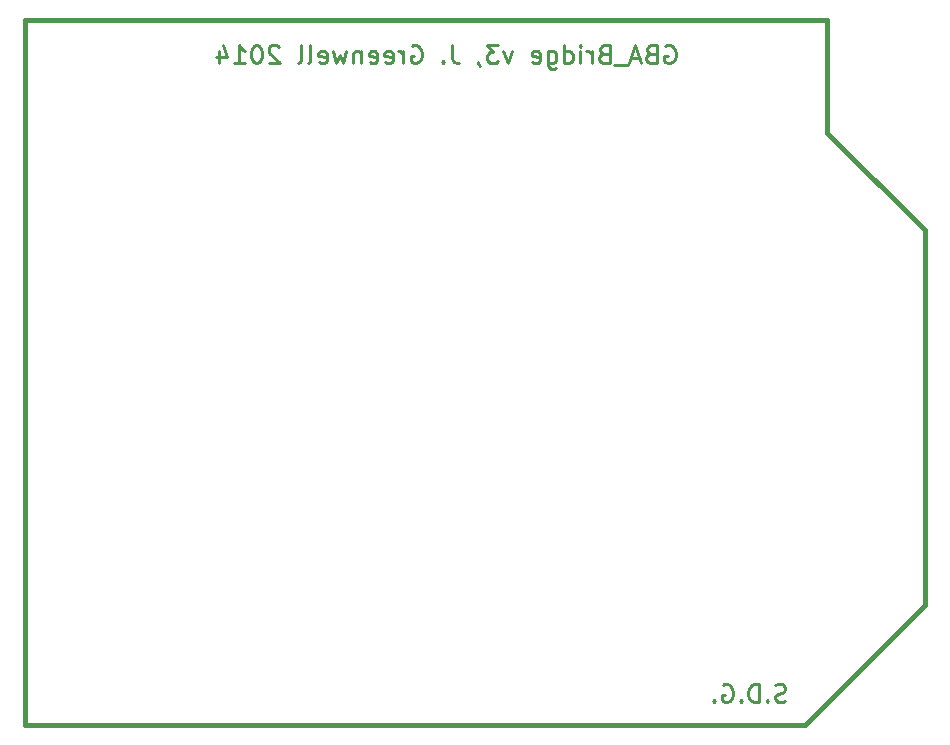
<source format=gbo>
G04 (created by PCBNEW-RS274X (2012-01-19 BZR 3256)-stable) date 6/8/2014 1:57:20 PM*
G01*
G70*
G90*
%MOIN*%
G04 Gerber Fmt 3.4, Leading zero omitted, Abs format*
%FSLAX34Y34*%
G04 APERTURE LIST*
%ADD10C,0.006000*%
%ADD11C,0.011000*%
%ADD12C,0.015000*%
G04 APERTURE END LIST*
G54D10*
G54D11*
X73100Y-57711D02*
X73014Y-57739D01*
X72871Y-57739D01*
X72814Y-57711D01*
X72785Y-57682D01*
X72757Y-57626D01*
X72757Y-57570D01*
X72785Y-57514D01*
X72814Y-57485D01*
X72871Y-57457D01*
X72985Y-57429D01*
X73043Y-57401D01*
X73071Y-57373D01*
X73100Y-57317D01*
X73100Y-57260D01*
X73071Y-57204D01*
X73043Y-57176D01*
X72985Y-57148D01*
X72843Y-57148D01*
X72757Y-57176D01*
X72500Y-57682D02*
X72472Y-57711D01*
X72500Y-57739D01*
X72529Y-57711D01*
X72500Y-57682D01*
X72500Y-57739D01*
X72214Y-57739D02*
X72214Y-57148D01*
X72071Y-57148D01*
X71986Y-57176D01*
X71928Y-57232D01*
X71900Y-57288D01*
X71871Y-57401D01*
X71871Y-57485D01*
X71900Y-57598D01*
X71928Y-57654D01*
X71986Y-57711D01*
X72071Y-57739D01*
X72214Y-57739D01*
X71614Y-57682D02*
X71586Y-57711D01*
X71614Y-57739D01*
X71643Y-57711D01*
X71614Y-57682D01*
X71614Y-57739D01*
X71014Y-57176D02*
X71071Y-57148D01*
X71157Y-57148D01*
X71242Y-57176D01*
X71300Y-57232D01*
X71328Y-57288D01*
X71357Y-57401D01*
X71357Y-57485D01*
X71328Y-57598D01*
X71300Y-57654D01*
X71242Y-57711D01*
X71157Y-57739D01*
X71100Y-57739D01*
X71014Y-57711D01*
X70985Y-57682D01*
X70985Y-57485D01*
X71100Y-57485D01*
X70728Y-57682D02*
X70700Y-57711D01*
X70728Y-57739D01*
X70757Y-57711D01*
X70728Y-57682D01*
X70728Y-57739D01*
X69098Y-35876D02*
X69155Y-35848D01*
X69241Y-35848D01*
X69326Y-35876D01*
X69384Y-35932D01*
X69412Y-35988D01*
X69441Y-36101D01*
X69441Y-36185D01*
X69412Y-36298D01*
X69384Y-36354D01*
X69326Y-36411D01*
X69241Y-36439D01*
X69184Y-36439D01*
X69098Y-36411D01*
X69069Y-36382D01*
X69069Y-36185D01*
X69184Y-36185D01*
X68612Y-36129D02*
X68526Y-36157D01*
X68498Y-36185D01*
X68469Y-36242D01*
X68469Y-36326D01*
X68498Y-36382D01*
X68526Y-36411D01*
X68584Y-36439D01*
X68812Y-36439D01*
X68812Y-35848D01*
X68612Y-35848D01*
X68555Y-35876D01*
X68526Y-35904D01*
X68498Y-35960D01*
X68498Y-36017D01*
X68526Y-36073D01*
X68555Y-36101D01*
X68612Y-36129D01*
X68812Y-36129D01*
X68241Y-36270D02*
X67955Y-36270D01*
X68298Y-36439D02*
X68098Y-35848D01*
X67898Y-36439D01*
X67841Y-36495D02*
X67384Y-36495D01*
X67041Y-36129D02*
X66955Y-36157D01*
X66927Y-36185D01*
X66898Y-36242D01*
X66898Y-36326D01*
X66927Y-36382D01*
X66955Y-36411D01*
X67013Y-36439D01*
X67241Y-36439D01*
X67241Y-35848D01*
X67041Y-35848D01*
X66984Y-35876D01*
X66955Y-35904D01*
X66927Y-35960D01*
X66927Y-36017D01*
X66955Y-36073D01*
X66984Y-36101D01*
X67041Y-36129D01*
X67241Y-36129D01*
X66641Y-36439D02*
X66641Y-36045D01*
X66641Y-36157D02*
X66613Y-36101D01*
X66584Y-36073D01*
X66527Y-36045D01*
X66470Y-36045D01*
X66270Y-36439D02*
X66270Y-36045D01*
X66270Y-35848D02*
X66299Y-35876D01*
X66270Y-35904D01*
X66242Y-35876D01*
X66270Y-35848D01*
X66270Y-35904D01*
X65727Y-36439D02*
X65727Y-35848D01*
X65727Y-36411D02*
X65784Y-36439D01*
X65898Y-36439D01*
X65956Y-36411D01*
X65984Y-36382D01*
X66013Y-36326D01*
X66013Y-36157D01*
X65984Y-36101D01*
X65956Y-36073D01*
X65898Y-36045D01*
X65784Y-36045D01*
X65727Y-36073D01*
X65184Y-36045D02*
X65184Y-36523D01*
X65213Y-36579D01*
X65241Y-36608D01*
X65298Y-36636D01*
X65384Y-36636D01*
X65441Y-36608D01*
X65184Y-36411D02*
X65241Y-36439D01*
X65355Y-36439D01*
X65413Y-36411D01*
X65441Y-36382D01*
X65470Y-36326D01*
X65470Y-36157D01*
X65441Y-36101D01*
X65413Y-36073D01*
X65355Y-36045D01*
X65241Y-36045D01*
X65184Y-36073D01*
X64670Y-36411D02*
X64727Y-36439D01*
X64841Y-36439D01*
X64898Y-36411D01*
X64927Y-36354D01*
X64927Y-36129D01*
X64898Y-36073D01*
X64841Y-36045D01*
X64727Y-36045D01*
X64670Y-36073D01*
X64641Y-36129D01*
X64641Y-36185D01*
X64927Y-36242D01*
X63984Y-36045D02*
X63841Y-36439D01*
X63699Y-36045D01*
X63527Y-35848D02*
X63156Y-35848D01*
X63356Y-36073D01*
X63270Y-36073D01*
X63213Y-36101D01*
X63184Y-36129D01*
X63156Y-36185D01*
X63156Y-36326D01*
X63184Y-36382D01*
X63213Y-36411D01*
X63270Y-36439D01*
X63442Y-36439D01*
X63499Y-36411D01*
X63527Y-36382D01*
X62871Y-36411D02*
X62871Y-36439D01*
X62899Y-36495D01*
X62928Y-36523D01*
X61985Y-35848D02*
X61985Y-36270D01*
X62013Y-36354D01*
X62070Y-36411D01*
X62156Y-36439D01*
X62213Y-36439D01*
X61699Y-36382D02*
X61671Y-36411D01*
X61699Y-36439D01*
X61728Y-36411D01*
X61699Y-36382D01*
X61699Y-36439D01*
X60642Y-35876D02*
X60699Y-35848D01*
X60785Y-35848D01*
X60870Y-35876D01*
X60928Y-35932D01*
X60956Y-35988D01*
X60985Y-36101D01*
X60985Y-36185D01*
X60956Y-36298D01*
X60928Y-36354D01*
X60870Y-36411D01*
X60785Y-36439D01*
X60728Y-36439D01*
X60642Y-36411D01*
X60613Y-36382D01*
X60613Y-36185D01*
X60728Y-36185D01*
X60356Y-36439D02*
X60356Y-36045D01*
X60356Y-36157D02*
X60328Y-36101D01*
X60299Y-36073D01*
X60242Y-36045D01*
X60185Y-36045D01*
X59757Y-36411D02*
X59814Y-36439D01*
X59928Y-36439D01*
X59985Y-36411D01*
X60014Y-36354D01*
X60014Y-36129D01*
X59985Y-36073D01*
X59928Y-36045D01*
X59814Y-36045D01*
X59757Y-36073D01*
X59728Y-36129D01*
X59728Y-36185D01*
X60014Y-36242D01*
X59243Y-36411D02*
X59300Y-36439D01*
X59414Y-36439D01*
X59471Y-36411D01*
X59500Y-36354D01*
X59500Y-36129D01*
X59471Y-36073D01*
X59414Y-36045D01*
X59300Y-36045D01*
X59243Y-36073D01*
X59214Y-36129D01*
X59214Y-36185D01*
X59500Y-36242D01*
X58957Y-36045D02*
X58957Y-36439D01*
X58957Y-36101D02*
X58929Y-36073D01*
X58871Y-36045D01*
X58786Y-36045D01*
X58729Y-36073D01*
X58700Y-36129D01*
X58700Y-36439D01*
X58471Y-36045D02*
X58357Y-36439D01*
X58243Y-36157D01*
X58128Y-36439D01*
X58014Y-36045D01*
X57557Y-36411D02*
X57614Y-36439D01*
X57728Y-36439D01*
X57785Y-36411D01*
X57814Y-36354D01*
X57814Y-36129D01*
X57785Y-36073D01*
X57728Y-36045D01*
X57614Y-36045D01*
X57557Y-36073D01*
X57528Y-36129D01*
X57528Y-36185D01*
X57814Y-36242D01*
X57185Y-36439D02*
X57243Y-36411D01*
X57271Y-36354D01*
X57271Y-35848D01*
X56871Y-36439D02*
X56929Y-36411D01*
X56957Y-36354D01*
X56957Y-35848D01*
X56215Y-35904D02*
X56186Y-35876D01*
X56129Y-35848D01*
X55986Y-35848D01*
X55929Y-35876D01*
X55900Y-35904D01*
X55872Y-35960D01*
X55872Y-36017D01*
X55900Y-36101D01*
X56243Y-36439D01*
X55872Y-36439D01*
X55501Y-35848D02*
X55444Y-35848D01*
X55387Y-35876D01*
X55358Y-35904D01*
X55329Y-35960D01*
X55301Y-36073D01*
X55301Y-36214D01*
X55329Y-36326D01*
X55358Y-36382D01*
X55387Y-36411D01*
X55444Y-36439D01*
X55501Y-36439D01*
X55558Y-36411D01*
X55587Y-36382D01*
X55615Y-36326D01*
X55644Y-36214D01*
X55644Y-36073D01*
X55615Y-35960D01*
X55587Y-35904D01*
X55558Y-35876D01*
X55501Y-35848D01*
X54730Y-36439D02*
X55073Y-36439D01*
X54901Y-36439D02*
X54901Y-35848D01*
X54958Y-35932D01*
X55016Y-35988D01*
X55073Y-36017D01*
X54216Y-36045D02*
X54216Y-36439D01*
X54359Y-35820D02*
X54502Y-36242D01*
X54130Y-36242D01*
G54D12*
X73750Y-58500D02*
X65000Y-58500D01*
X77750Y-54500D02*
X73750Y-58500D01*
X47750Y-35000D02*
X48250Y-35000D01*
X47750Y-56250D02*
X47750Y-35000D01*
X65000Y-58500D02*
X47750Y-58500D01*
X77750Y-42000D02*
X77750Y-54500D01*
X74500Y-38750D02*
X77750Y-42000D01*
X74500Y-35000D02*
X74500Y-38750D01*
X48250Y-35000D02*
X74500Y-35000D01*
X47750Y-58500D02*
X47750Y-56250D01*
M02*

</source>
